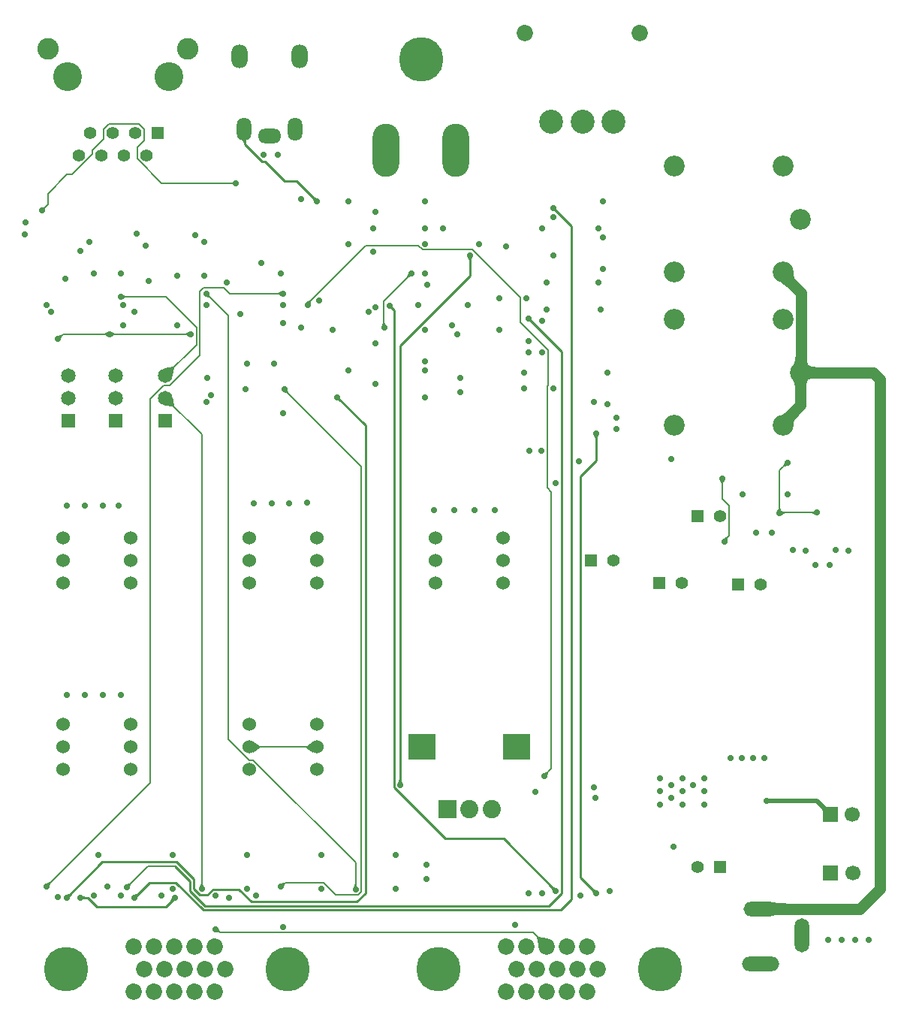
<source format=gbl>
G04*
G04 #@! TF.GenerationSoftware,Altium Limited,Altium Designer,23.10.1 (27)*
G04*
G04 Layer_Physical_Order=4*
G04 Layer_Color=16711680*
%FSLAX25Y25*%
%MOIN*%
G70*
G04*
G04 #@! TF.SameCoordinates,25415466-D0CE-43B0-AC23-F92A6D1D0972*
G04*
G04*
G04 #@! TF.FilePolarity,Positive*
G04*
G01*
G75*
%ADD10C,0.01000*%
%ADD15C,0.00800*%
%ADD63C,0.05472*%
%ADD64R,0.05472X0.05472*%
%ADD65C,0.09528*%
%ADD66C,0.12795*%
%ADD82C,0.05000*%
%ADD84C,0.02000*%
%ADD85C,0.07284*%
%ADD86C,0.10630*%
%ADD87C,0.19685*%
%ADD88O,0.11811X0.23622*%
%ADD89O,0.07284X0.10433*%
%ADD90O,0.06496X0.10433*%
%ADD91O,0.10433X0.06496*%
%ADD92R,0.05512X0.05512*%
%ADD93C,0.05512*%
%ADD94C,0.09252*%
%ADD95R,0.06693X0.06693*%
%ADD96C,0.06693*%
%ADD97O,0.16535X0.06496*%
%ADD98O,0.15158X0.06496*%
%ADD99O,0.06496X0.15158*%
%ADD100C,0.06000*%
%ADD101R,0.12008X0.11221*%
%ADD102R,0.08071X0.08071*%
%ADD103C,0.08071*%
%ADD104R,0.06496X0.06496*%
%ADD105C,0.06496*%
%ADD106C,0.02756*%
G36*
X105832Y407016D02*
X105747Y406977D01*
X105673Y406915D01*
X105608Y406832D01*
X105553Y406726D01*
X105509Y406599D01*
X105474Y406450D01*
X105449Y406279D01*
X105434Y406086D01*
X105429Y405871D01*
X104429Y405806D01*
X104424Y406020D01*
X104410Y406210D01*
X104385Y406376D01*
X104350Y406520D01*
X104305Y406640D01*
X104251Y406738D01*
X104186Y406812D01*
X104112Y406863D01*
X104027Y406890D01*
X103933Y406895D01*
X105926Y407034D01*
X105832Y407016D01*
D02*
G37*
G36*
X135936Y381780D02*
X136023Y381718D01*
X136124Y381660D01*
X136238Y381606D01*
X136365Y381555D01*
X136504Y381509D01*
X136823Y381429D01*
X137002Y381395D01*
X137194Y381364D01*
X135636Y379806D01*
X135606Y379998D01*
X135491Y380496D01*
X135445Y380635D01*
X135395Y380762D01*
X135340Y380876D01*
X135282Y380977D01*
X135220Y381064D01*
X135154Y381139D01*
X135861Y381846D01*
X135936Y381780D01*
D02*
G37*
G36*
X121172Y337898D02*
X120991Y338032D01*
X120376Y338424D01*
X120249Y338488D01*
X120134Y338537D01*
X120030Y338572D01*
X119937Y338593D01*
X119855Y338600D01*
Y339400D01*
X119937Y339407D01*
X120030Y339428D01*
X120134Y339463D01*
X120249Y339512D01*
X120376Y339576D01*
X120661Y339744D01*
X120991Y339968D01*
X121172Y340102D01*
Y337898D01*
D02*
G37*
G36*
X89310Y338883D02*
X89467Y338170D01*
X89512Y338036D01*
X89558Y337920D01*
X89607Y337821D01*
X89658Y337740D01*
X89711Y337677D01*
X89146Y337111D01*
X89082Y337165D01*
X89002Y337216D01*
X88903Y337265D01*
X88787Y337311D01*
X88653Y337356D01*
X88332Y337439D01*
X87940Y337513D01*
X87717Y337547D01*
X89276Y339105D01*
X89310Y338883D01*
D02*
G37*
G36*
X50913Y338538D02*
X51528Y338145D01*
X51654Y338082D01*
X51770Y338033D01*
X51874Y337998D01*
X51967Y337977D01*
X52049Y337970D01*
Y337170D01*
X51967Y337163D01*
X51874Y337141D01*
X51770Y337106D01*
X51654Y337057D01*
X51528Y336994D01*
X51242Y336826D01*
X50913Y336601D01*
X50731Y336468D01*
Y338671D01*
X50913Y338538D01*
D02*
G37*
G36*
X134519Y335599D02*
X134474Y335541D01*
X134434Y335462D01*
X134400Y335364D01*
X134372Y335244D01*
X134349Y335105D01*
X134332Y334945D01*
X134314Y334564D01*
X134318Y334101D01*
X132517Y335370D01*
X132701Y335432D01*
X133308Y335680D01*
X133429Y335743D01*
X133632Y335870D01*
X133715Y335933D01*
X133785Y335997D01*
X134519Y335599D01*
D02*
G37*
G36*
X80172Y319898D02*
X79991Y320031D01*
X79376Y320425D01*
X79250Y320488D01*
X79134Y320537D01*
X79030Y320572D01*
X78937Y320593D01*
X78855Y320600D01*
Y321400D01*
X78937Y321407D01*
X79030Y321428D01*
X79134Y321463D01*
X79250Y321512D01*
X79376Y321575D01*
X79661Y321744D01*
X79991Y321969D01*
X80172Y322102D01*
Y319898D01*
D02*
G37*
G36*
X46009Y321969D02*
X46624Y321575D01*
X46751Y321512D01*
X46866Y321463D01*
X46970Y321428D01*
X47063Y321407D01*
X47145Y321400D01*
Y320600D01*
X47063Y320593D01*
X46970Y320572D01*
X46866Y320537D01*
X46751Y320488D01*
X46624Y320425D01*
X46339Y320256D01*
X46009Y320031D01*
X45827Y319898D01*
Y322102D01*
X46009Y321969D01*
D02*
G37*
G36*
X44172Y319898D02*
X43991Y320031D01*
X43376Y320425D01*
X43249Y320488D01*
X43134Y320537D01*
X43030Y320572D01*
X42937Y320593D01*
X42855Y320600D01*
Y321400D01*
X42937Y321407D01*
X43030Y321428D01*
X43134Y321463D01*
X43249Y321512D01*
X43376Y321575D01*
X43661Y321744D01*
X43991Y321969D01*
X44172Y322102D01*
Y319898D01*
D02*
G37*
G36*
X23912Y319953D02*
X23852Y319884D01*
X23791Y319802D01*
X23732Y319706D01*
X23673Y319595D01*
X23556Y319332D01*
X23498Y319179D01*
X23329Y318634D01*
X21981Y320378D01*
X22220Y320384D01*
X22974Y320452D01*
X23113Y320481D01*
X23232Y320514D01*
X23331Y320552D01*
X23410Y320594D01*
X23470Y320641D01*
X23912Y319953D01*
D02*
G37*
G36*
X73806Y306036D02*
X73761Y305960D01*
X73710Y305816D01*
X73653Y305603D01*
X73521Y304973D01*
X73082Y302204D01*
X69409Y305877D01*
X73241Y306602D01*
X73806Y306036D01*
D02*
G37*
G36*
X123987Y296383D02*
X124144Y295670D01*
X124189Y295536D01*
X124235Y295420D01*
X124284Y295321D01*
X124335Y295240D01*
X124388Y295177D01*
X123823Y294612D01*
X123760Y294665D01*
X123679Y294716D01*
X123580Y294765D01*
X123464Y294811D01*
X123330Y294856D01*
X123009Y294939D01*
X122617Y295013D01*
X122395Y295047D01*
X123953Y296605D01*
X123987Y296383D01*
D02*
G37*
G36*
X147335Y293061D02*
X147450Y292564D01*
X147496Y292424D01*
X147546Y292297D01*
X147600Y292183D01*
X147659Y292083D01*
X147721Y291995D01*
X147787Y291920D01*
X147080Y291213D01*
X147005Y291279D01*
X146917Y291341D01*
X146817Y291400D01*
X146703Y291454D01*
X146576Y291504D01*
X146436Y291550D01*
X146118Y291631D01*
X145939Y291665D01*
X145747Y291695D01*
X147305Y293253D01*
X147335Y293061D01*
D02*
G37*
G36*
X73806Y289287D02*
X73241Y288721D01*
X73165Y288766D01*
X73020Y288817D01*
X72808Y288874D01*
X72178Y289007D01*
X69409Y289446D01*
X73082Y293119D01*
X73806Y289287D01*
D02*
G37*
G36*
X135246Y135396D02*
X132274Y137395D01*
Y138195D01*
X132360Y138215D01*
X132492Y138275D01*
X132672Y138375D01*
X133172Y138695D01*
X135246Y140194D01*
Y135396D01*
D02*
G37*
G36*
X111820Y138195D02*
Y137395D01*
X111735Y137375D01*
X111602Y137315D01*
X111423Y137215D01*
X110923Y136896D01*
X108849Y135396D01*
Y140194D01*
X111820Y138195D01*
D02*
G37*
G36*
X122931Y76876D02*
X122868Y76806D01*
X122806Y76723D01*
X122743Y76628D01*
X122681Y76519D01*
X122558Y76262D01*
X122497Y76114D01*
X122316Y75593D01*
X121025Y77378D01*
X121265Y77376D01*
X122026Y77421D01*
X122165Y77446D01*
X122284Y77475D01*
X122383Y77510D01*
X122462Y77551D01*
X122520Y77596D01*
X122931Y76876D01*
D02*
G37*
G36*
X86407Y77063D02*
X86428Y76970D01*
X86463Y76866D01*
X86512Y76750D01*
X86576Y76624D01*
X86744Y76339D01*
X86968Y76009D01*
X87102Y75827D01*
X84898D01*
X85031Y76009D01*
X85425Y76624D01*
X85488Y76750D01*
X85537Y76866D01*
X85572Y76970D01*
X85593Y77063D01*
X85600Y77145D01*
X86400D01*
X86407Y77063D01*
D02*
G37*
G36*
X18800Y77234D02*
X18747Y77171D01*
X18696Y77090D01*
X18647Y76992D01*
X18600Y76876D01*
X18555Y76742D01*
X18473Y76420D01*
X18398Y76029D01*
X18364Y75806D01*
X16806Y77364D01*
X17029Y77398D01*
X17742Y77555D01*
X17876Y77600D01*
X17992Y77647D01*
X18090Y77696D01*
X18171Y77747D01*
X18234Y77800D01*
X18800Y77234D01*
D02*
G37*
G36*
X154683Y76788D02*
X154704Y76694D01*
X154739Y76590D01*
X154788Y76475D01*
X154851Y76349D01*
X155019Y76063D01*
X155244Y75733D01*
X155377Y75552D01*
X153174D01*
X153307Y75733D01*
X153700Y76349D01*
X153763Y76475D01*
X153812Y76590D01*
X153848Y76694D01*
X153869Y76788D01*
X153876Y76870D01*
X154676D01*
X154683Y76788D01*
D02*
G37*
G36*
X54446Y76880D02*
X54393Y76817D01*
X54342Y76736D01*
X54293Y76638D01*
X54246Y76521D01*
X54201Y76387D01*
X54118Y76066D01*
X54044Y75674D01*
X54010Y75452D01*
X52452Y77010D01*
X52674Y77044D01*
X53387Y77201D01*
X53521Y77246D01*
X53638Y77293D01*
X53736Y77342D01*
X53817Y77393D01*
X53880Y77446D01*
X54446Y76880D01*
D02*
G37*
G36*
X57846Y72139D02*
X57780Y72064D01*
X57718Y71977D01*
X57660Y71876D01*
X57605Y71762D01*
X57555Y71635D01*
X57509Y71496D01*
X57429Y71177D01*
X57394Y70998D01*
X57364Y70806D01*
X55806Y72364D01*
X55998Y72394D01*
X56496Y72509D01*
X56635Y72555D01*
X56762Y72605D01*
X56876Y72660D01*
X56977Y72718D01*
X57064Y72780D01*
X57139Y72846D01*
X57846Y72139D01*
D02*
G37*
G36*
X27846D02*
X27780Y72064D01*
X27718Y71977D01*
X27660Y71876D01*
X27606Y71762D01*
X27555Y71635D01*
X27509Y71496D01*
X27429Y71177D01*
X27395Y70998D01*
X27364Y70806D01*
X25806Y72364D01*
X25998Y72394D01*
X26496Y72509D01*
X26635Y72555D01*
X26762Y72605D01*
X26876Y72660D01*
X26977Y72718D01*
X27064Y72780D01*
X27139Y72846D01*
X27846Y72139D01*
D02*
G37*
G36*
X32985Y71987D02*
X33417Y71717D01*
X33549Y71650D01*
X33674Y71596D01*
X33793Y71554D01*
X33905Y71524D01*
X34011Y71506D01*
X34111Y71500D01*
Y70500D01*
X34011Y70494D01*
X33905Y70476D01*
X33793Y70446D01*
X33674Y70404D01*
X33549Y70350D01*
X33417Y70283D01*
X33135Y70115D01*
X32985Y70012D01*
X32827Y69898D01*
Y72102D01*
X32985Y71987D01*
D02*
G37*
G36*
X74194Y69636D02*
X74002Y69605D01*
X73505Y69491D01*
X73365Y69445D01*
X73238Y69394D01*
X73124Y69340D01*
X73023Y69282D01*
X72936Y69220D01*
X72861Y69154D01*
X72154Y69861D01*
X72220Y69936D01*
X72282Y70023D01*
X72341Y70124D01*
X72395Y70238D01*
X72445Y70364D01*
X72491Y70504D01*
X72571Y70823D01*
X72606Y71002D01*
X72636Y71194D01*
X74194Y69636D01*
D02*
G37*
G36*
X93376Y57220D02*
X93620Y56603D01*
X93681Y56481D01*
X93806Y56277D01*
X93868Y56194D01*
X93931Y56124D01*
X93520Y55404D01*
X93462Y55449D01*
X93383Y55490D01*
X93284Y55525D01*
X93165Y55554D01*
X93026Y55579D01*
X92866Y55598D01*
X92486Y55621D01*
X92025Y55622D01*
X93316Y57407D01*
X93376Y57220D01*
D02*
G37*
G36*
X235371Y53758D02*
X235449Y53715D01*
X235606Y53664D01*
X235842Y53606D01*
X237024Y53383D01*
X239706Y52975D01*
X235587Y48857D01*
X234805Y53192D01*
X235371Y53758D01*
D02*
G37*
G36*
X174500Y123111D02*
X174506Y123011D01*
X174524Y122905D01*
X174554Y122793D01*
X174596Y122674D01*
X174651Y122549D01*
X174717Y122417D01*
X174885Y122135D01*
X174987Y121985D01*
X175102Y121827D01*
X172898D01*
X173012Y121985D01*
X173283Y122417D01*
X173349Y122549D01*
X173404Y122674D01*
X173446Y122793D01*
X173476Y122905D01*
X173494Y123011D01*
X173500Y123111D01*
X174500D01*
D02*
G37*
G36*
X241861Y75846D02*
X241936Y75780D01*
X242023Y75718D01*
X242124Y75660D01*
X242238Y75605D01*
X242365Y75555D01*
X242505Y75509D01*
X242823Y75429D01*
X243002Y75394D01*
X243194Y75364D01*
X241636Y73806D01*
X241606Y73998D01*
X241491Y74496D01*
X241445Y74635D01*
X241395Y74762D01*
X241340Y74876D01*
X241282Y74977D01*
X241220Y75064D01*
X241154Y75139D01*
X241861Y75846D01*
D02*
G37*
G36*
X259861Y74846D02*
X259936Y74780D01*
X260023Y74718D01*
X260124Y74660D01*
X260238Y74605D01*
X260365Y74555D01*
X260504Y74509D01*
X260823Y74429D01*
X261002Y74394D01*
X261194Y74364D01*
X259636Y72806D01*
X259606Y72998D01*
X259491Y73496D01*
X259445Y73635D01*
X259395Y73762D01*
X259340Y73876D01*
X259282Y73977D01*
X259220Y74064D01*
X259154Y74139D01*
X259861Y74846D01*
D02*
G37*
G36*
X345385Y63500D02*
X344451Y63495D01*
X340494Y63253D01*
X340109Y63177D01*
X339803Y63092D01*
X339575Y62996D01*
Y69004D01*
X339803Y68908D01*
X340109Y68823D01*
X340494Y68747D01*
X340957Y68682D01*
X342120Y68581D01*
X344451Y68505D01*
X345385Y68500D01*
Y63500D01*
D02*
G37*
G36*
X361666Y112749D02*
X362077Y112352D01*
X362814Y111727D01*
X363139Y111499D01*
X363436Y111328D01*
X363705Y111214D01*
X363945Y111156D01*
X364157Y111155D01*
X364339Y111211D01*
X364494Y111322D01*
X361678Y108506D01*
X361789Y108660D01*
X361845Y108844D01*
X361844Y109055D01*
X361786Y109295D01*
X361671Y109564D01*
X361501Y109861D01*
X361273Y110186D01*
X360989Y110541D01*
X360251Y111334D01*
X361666Y112749D01*
D02*
G37*
G36*
X338625Y112937D02*
X338470Y112936D01*
X337895Y112900D01*
X337820Y112887D01*
X337759Y112872D01*
X337712Y112855D01*
X337678Y112835D01*
Y115039D01*
X337712Y115020D01*
X337759Y115002D01*
X337820Y114987D01*
X337895Y114974D01*
X338084Y114953D01*
X338328Y114941D01*
X338625Y114937D01*
Y112937D01*
D02*
G37*
G36*
X317969Y255991D02*
X317576Y255376D01*
X317512Y255250D01*
X317463Y255134D01*
X317428Y255030D01*
X317407Y254937D01*
X317400Y254855D01*
X316600D01*
X316593Y254937D01*
X316572Y255030D01*
X316537Y255134D01*
X316488Y255250D01*
X316424Y255376D01*
X316256Y255661D01*
X316032Y255991D01*
X315898Y256172D01*
X318102D01*
X317969Y255991D01*
D02*
G37*
G36*
X358287Y240821D02*
X358107Y240927D01*
X357489Y241240D01*
X357360Y241290D01*
X357240Y241329D01*
X357131Y241357D01*
X357032Y241374D01*
X356943Y241379D01*
X356807Y242179D01*
X356883Y242188D01*
X356971Y242213D01*
X357069Y242254D01*
X357179Y242313D01*
X357299Y242388D01*
X357573Y242588D01*
X357726Y242713D01*
X358066Y243013D01*
X358287Y240821D01*
D02*
G37*
G36*
X342848Y243622D02*
X342869Y243529D01*
X342904Y243425D01*
X342953Y243309D01*
X343016Y243183D01*
X343185Y242898D01*
X343383Y242607D01*
X343952Y242319D01*
X344081Y242269D01*
X344201Y242230D01*
X344310Y242202D01*
X344409Y242185D01*
X344498Y242179D01*
X344634Y241379D01*
X344558Y241371D01*
X344470Y241346D01*
X344372Y241304D01*
X344262Y241246D01*
X344142Y241171D01*
X343868Y240971D01*
X343715Y240846D01*
X343375Y240546D01*
X343189Y242387D01*
X341339D01*
X341473Y242568D01*
X341865Y243183D01*
X341929Y243309D01*
X341978Y243425D01*
X342013Y243529D01*
X342034Y243622D01*
X342041Y243704D01*
X342841D01*
X342848Y243622D01*
D02*
G37*
G36*
X319463Y230646D02*
X319421Y230590D01*
X319386Y230513D01*
X319359Y230415D01*
X319338Y230296D01*
X319325Y230157D01*
X319320Y229996D01*
X319330Y229613D01*
X319370Y229147D01*
X317479Y230276D01*
X317637Y230343D01*
X318179Y230613D01*
X318291Y230682D01*
X318487Y230821D01*
X318572Y230891D01*
X318647Y230961D01*
X319463Y230646D01*
D02*
G37*
G36*
X239800Y126234D02*
X239747Y126171D01*
X239696Y126090D01*
X239647Y125992D01*
X239600Y125876D01*
X239555Y125742D01*
X239473Y125420D01*
X239398Y125029D01*
X239364Y124806D01*
X237806Y126364D01*
X238029Y126398D01*
X238742Y126555D01*
X238876Y126600D01*
X238992Y126647D01*
X239090Y126696D01*
X239171Y126747D01*
X239234Y126800D01*
X239800Y126234D01*
D02*
G37*
G36*
X167137Y326198D02*
X167145Y326122D01*
X167171Y326036D01*
X167214Y325939D01*
X167274Y325831D01*
X167351Y325712D01*
X167446Y325582D01*
X167686Y325290D01*
X167994Y324954D01*
X165807Y324690D01*
X165908Y324868D01*
X166204Y325484D01*
X166252Y325614D01*
X166289Y325734D01*
X166316Y325844D01*
X166332Y325944D01*
X166337Y326035D01*
X167137Y326198D01*
D02*
G37*
G36*
X170415Y331823D02*
X170339Y331890D01*
X170251Y331954D01*
X170151Y332013D01*
X170038Y332069D01*
X169912Y332121D01*
X169774Y332170D01*
X169460Y332255D01*
X169285Y332292D01*
X169097Y332325D01*
X170682Y333855D01*
X170709Y333660D01*
X170816Y333154D01*
X170860Y333013D01*
X170908Y332885D01*
X170961Y332770D01*
X171018Y332669D01*
X171078Y332582D01*
X171143Y332508D01*
X170415Y331823D01*
D02*
G37*
G36*
X260500Y274889D02*
X260494Y274989D01*
X260476Y275095D01*
X260446Y275207D01*
X260404Y275326D01*
X260349Y275451D01*
X260283Y275583D01*
X260115Y275865D01*
X260013Y276015D01*
X259898Y276172D01*
X262102D01*
X261987Y276015D01*
X261717Y275583D01*
X261650Y275451D01*
X261596Y275326D01*
X261554Y275207D01*
X261524Y275095D01*
X261506Y274989D01*
X261500Y274889D01*
X260500D01*
D02*
G37*
G36*
X232139Y326154D02*
X232064Y326220D01*
X231977Y326282D01*
X231876Y326340D01*
X231762Y326395D01*
X231635Y326445D01*
X231496Y326491D01*
X231177Y326571D01*
X230998Y326606D01*
X230806Y326636D01*
X232364Y328194D01*
X232395Y328002D01*
X232509Y327504D01*
X232555Y327365D01*
X232606Y327238D01*
X232660Y327124D01*
X232718Y327023D01*
X232780Y326936D01*
X232846Y326861D01*
X232139Y326154D01*
D02*
G37*
G36*
X177200Y346766D02*
X177253Y346829D01*
X177304Y346910D01*
X177353Y347008D01*
X177400Y347124D01*
X177445Y347258D01*
X177527Y347580D01*
X177602Y347972D01*
X177636Y348194D01*
X179194Y346636D01*
X178972Y346602D01*
X178258Y346445D01*
X178124Y346400D01*
X178008Y346353D01*
X177910Y346304D01*
X177829Y346253D01*
X177766Y346200D01*
X177200Y346766D01*
D02*
G37*
G36*
X204500Y353889D02*
X204494Y353989D01*
X204476Y354095D01*
X204446Y354207D01*
X204404Y354326D01*
X204349Y354451D01*
X204283Y354583D01*
X204115Y354865D01*
X204012Y355015D01*
X203898Y355172D01*
X206102D01*
X205988Y355015D01*
X205717Y354583D01*
X205650Y354451D01*
X205596Y354326D01*
X205554Y354207D01*
X205524Y354095D01*
X205506Y353989D01*
X205500Y353889D01*
X204500D01*
D02*
G37*
G36*
X243139Y375154D02*
X243064Y375220D01*
X242977Y375282D01*
X242876Y375340D01*
X242762Y375395D01*
X242635Y375445D01*
X242496Y375491D01*
X242177Y375571D01*
X241998Y375606D01*
X241806Y375636D01*
X243364Y377194D01*
X243394Y377002D01*
X243509Y376504D01*
X243555Y376365D01*
X243605Y376238D01*
X243660Y376124D01*
X243718Y376023D01*
X243780Y375936D01*
X243846Y375861D01*
X243139Y375154D01*
D02*
G37*
G36*
X348552Y348094D02*
X348611Y347634D01*
X348699Y347192D01*
X348815Y346768D01*
X348959Y346364D01*
X349132Y345979D01*
X349334Y345612D01*
X349564Y345264D01*
X349822Y344935D01*
X350109Y344624D01*
X345833Y341829D01*
X345483Y342169D01*
X344489Y343018D01*
X344177Y343243D01*
X343581Y343606D01*
X343298Y343744D01*
X343024Y343853D01*
X342760Y343934D01*
X348521Y348574D01*
X348552Y348094D01*
D02*
G37*
G36*
X354500Y310551D02*
X354511Y310089D01*
X354595Y309217D01*
X354669Y308807D01*
X354764Y308413D01*
X354880Y308037D01*
X355017Y307678D01*
X355175Y307335D01*
X355185Y307317D01*
X355241Y307283D01*
X355596Y307100D01*
X355966Y306941D01*
X356349Y306806D01*
X356745Y306696D01*
X357155Y306610D01*
X357578Y306549D01*
X358014Y306512D01*
X358465Y306500D01*
X358414Y301500D01*
X357961Y301488D01*
X357522Y301453D01*
X357097Y301394D01*
X356687Y301312D01*
X356291Y301206D01*
X355910Y301077D01*
X355543Y300924D01*
X355191Y300748D01*
X355098Y300693D01*
X355039Y300595D01*
X354859Y300241D01*
X354703Y299873D01*
X354571Y299491D01*
X354463Y299095D01*
X354380Y298685D01*
X354320Y298261D01*
X354284Y297823D01*
X354272Y297372D01*
X349272D01*
X349260Y297823D01*
X349224Y298261D01*
X349164Y298685D01*
X349080Y299095D01*
X348972Y299491D01*
X348840Y299873D01*
X348684Y300241D01*
X348504Y300595D01*
X348300Y300935D01*
X348073Y301261D01*
X354535D01*
X354564Y306732D01*
X348160Y306930D01*
X348415Y307271D01*
X348642Y307623D01*
X348843Y307986D01*
X349018Y308360D01*
X349165Y308746D01*
X349286Y309143D01*
X349379Y309552D01*
X349446Y309971D01*
X349487Y310402D01*
X349500Y310845D01*
X354500Y310551D01*
D02*
G37*
G36*
X350099Y284233D02*
X349813Y283924D01*
X349555Y283595D01*
X349326Y283246D01*
X349125Y282879D01*
X348953Y282493D01*
X348810Y282088D01*
X348695Y281663D01*
X348609Y281220D01*
X348551Y280757D01*
X348521Y280276D01*
X342745Y284898D01*
X343005Y284978D01*
X343275Y285087D01*
X343555Y285225D01*
X343846Y285392D01*
X344146Y285588D01*
X344777Y286068D01*
X345108Y286352D01*
X345800Y287006D01*
X350099Y284233D01*
D02*
G37*
G36*
X346194Y262636D02*
X345971Y262602D01*
X345258Y262445D01*
X345124Y262400D01*
X345008Y262353D01*
X344910Y262304D01*
X344829Y262253D01*
X344766Y262200D01*
X344200Y262766D01*
X344253Y262829D01*
X344304Y262910D01*
X344353Y263008D01*
X344400Y263124D01*
X344445Y263258D01*
X344527Y263580D01*
X344602Y263971D01*
X344636Y264194D01*
X346194Y262636D01*
D02*
G37*
D10*
X250000Y368110D02*
X250000Y70212D01*
X242126Y376874D02*
X250000Y369000D01*
X242000Y377000D02*
X242079Y376921D01*
X250000Y368110D02*
Y369000D01*
X242126Y376874D02*
Y376969D01*
X261000Y264937D02*
Y277000D01*
X253937Y257874D02*
X261000Y264937D01*
X253937Y257874D02*
X253937Y80063D01*
X261000Y73000D01*
X245364Y65576D02*
X250000Y70212D01*
X245678Y72891D02*
Y313322D01*
X240163Y67376D02*
X245678Y72891D01*
X219887Y97113D02*
X243000Y74000D01*
X194099Y97113D02*
X219887D01*
X87291Y67376D02*
X240163D01*
X231000Y328000D02*
X245678Y313322D01*
X112741Y397472D02*
X114016D01*
X104929Y405283D02*
X112741Y397472D01*
X104929Y405283D02*
Y411771D01*
X104700Y412000D02*
X104929Y411771D01*
X128096Y388904D02*
X137000Y380000D01*
X122584Y388904D02*
X128096D01*
X114016Y397472D02*
X122584Y388904D01*
X74444Y77678D02*
X86545Y65576D01*
X56000Y71000D02*
X62678Y77678D01*
X174000Y315787D02*
X205000Y346787D01*
Y356000D01*
X174000Y121000D02*
Y315787D01*
X88535Y72322D02*
X90891Y74678D01*
X74746Y86800D02*
X82446Y79100D01*
X26000Y71000D02*
X41800Y86800D01*
X35213Y71000D02*
X39213Y67000D01*
X32000Y71000D02*
X35213D01*
X90891Y74678D02*
X102535D01*
X80646Y74022D02*
Y78355D01*
X102535Y74678D02*
X108037Y69176D01*
X154777D02*
X158554Y72952D01*
X84891Y72322D02*
X88535D01*
X80646Y74022D02*
X87291Y67376D01*
X86545Y65576D02*
X245364D01*
X41800Y86800D02*
X74746D01*
X82446Y74767D02*
X84891Y72322D01*
X158554Y72952D02*
Y280447D01*
X145941Y293059D02*
X158554Y280447D01*
X82446Y74767D02*
Y79100D01*
X108037Y69176D02*
X154777D01*
X74000Y85000D02*
X80646Y78355D01*
X62678Y77678D02*
X74444D01*
X169630Y333315D02*
X171322Y331623D01*
Y119891D02*
X194099Y97113D01*
X169315Y333315D02*
X169630D01*
X171322Y119891D02*
Y331623D01*
X39213Y67000D02*
X70000D01*
X74000Y71000D01*
Y71000D01*
D15*
X183901Y358422D02*
X190731D01*
X182128Y360194D02*
X183901Y358422D01*
X158549Y360194D02*
X182128D01*
X241142Y128142D02*
Y250984D01*
X239235Y252891D02*
X241142Y250984D01*
X239235Y252891D02*
Y297881D01*
X238000Y125000D02*
X241142Y128142D01*
X62992Y292078D02*
X69128Y298213D01*
X62992Y292078D02*
X62992Y121992D01*
X17000Y76000D02*
X62992Y121992D01*
X342441Y242462D02*
X342903Y242000D01*
X318000Y229000D02*
Y229749D01*
X319980Y231728D01*
X317000Y229000D02*
X318000D01*
X319980Y231728D02*
Y244846D01*
X317000Y247826D02*
X319980Y244846D01*
X317000Y247826D02*
Y257000D01*
X239235Y297881D02*
X239578Y298224D01*
Y314068D01*
X136795Y137795D02*
X137000Y138000D01*
X45000Y321000D02*
X81000D01*
X24394D02*
X45000D01*
X358780Y241779D02*
X359000Y242000D01*
X342661Y241779D02*
X358780D01*
X342441Y241559D02*
X342661Y241779D01*
X342441Y242462D02*
Y260441D01*
X342903Y242000D02*
X343000D01*
X342441Y260441D02*
X346000Y264000D01*
X227422Y326224D02*
X239578Y314068D01*
X190731Y358422D02*
X190887Y358578D01*
X206068D01*
X227422Y326224D02*
Y337224D01*
X132941Y334587D02*
X158549Y360194D01*
X206068Y358578D02*
X227422Y337224D01*
X85178Y311683D02*
Y339824D01*
X71709Y298213D02*
X85178Y311683D01*
Y339824D02*
X86844Y341489D01*
X97597Y141306D02*
X106907Y131995D01*
X108787D01*
X62000Y85000D02*
X74000D01*
X86000Y75000D02*
Y276528D01*
X87911Y338911D02*
X97597Y329226D01*
X123000Y296000D02*
X156853Y262146D01*
X108787Y131995D02*
X154276Y86506D01*
Y74724D02*
Y86506D01*
X145499Y72146D02*
X155343D01*
X156853Y73657D02*
Y262146D01*
X155343Y72146D02*
X156853Y73657D01*
X123068Y77578D02*
X140068D01*
X132941Y334059D02*
Y334587D01*
X52646Y75646D02*
X62000Y85000D01*
X69866Y292661D02*
X86000Y276528D01*
X121000Y76000D02*
X121490D01*
X140068Y77578D02*
X145499Y72146D01*
X121490Y76000D02*
X123068Y77578D01*
X97597Y141306D02*
Y329226D01*
X69128Y298213D02*
X71709D01*
X86844Y341489D02*
X95865D01*
X98354Y339000D01*
X122000D01*
X166737Y335737D02*
X179000Y348000D01*
X166737Y324263D02*
Y335737D01*
Y324263D02*
X167000Y324000D01*
X94068Y55422D02*
X233141D01*
X92490Y57000D02*
X94068Y55422D01*
X92000Y57000D02*
X92490D01*
X233141Y55422D02*
X239193Y49370D01*
X49904Y337570D02*
X70076D01*
X83578Y316373D02*
Y324068D01*
X70076Y337570D02*
X83578Y324068D01*
X69866Y302661D02*
X83578Y316373D01*
X22394Y319000D02*
X24394Y321000D01*
X22000Y319000D02*
X22394D01*
X107047Y137795D02*
X136795D01*
X15000Y376000D02*
X15000Y376000D01*
X68205Y388000D02*
X101000D01*
X57430Y398775D02*
X68205Y388000D01*
X57430Y398775D02*
Y403969D01*
X60302Y406842D01*
Y412036D01*
X57997Y414342D02*
X60302Y412036D01*
X44736Y414342D02*
X57997D01*
X42430Y412036D02*
X44736Y414342D01*
X42430Y407430D02*
Y412036D01*
X37430Y402430D02*
X42430Y407430D01*
X37430Y400903D02*
Y402430D01*
X28446Y391919D02*
X37430Y400903D01*
X26120Y391919D02*
X28446D01*
X17568Y383367D02*
X26120Y391919D01*
X17568Y378568D02*
Y383367D01*
X15000Y376000D02*
X17568Y378568D01*
D63*
X31366Y400406D02*
D03*
X36366Y410406D02*
D03*
X41366Y400406D02*
D03*
X46366Y410406D02*
D03*
X51366Y400406D02*
D03*
X56366Y410406D02*
D03*
X61366Y400406D02*
D03*
D64*
X66366Y410406D02*
D03*
D65*
X17862Y447413D02*
D03*
X79870D02*
D03*
D66*
X26366Y435406D02*
D03*
X71366D02*
D03*
D82*
X344711Y279289D02*
X345000Y279000D01*
X344711Y282382D02*
X351772Y289442D01*
X344711Y279289D02*
Y282382D01*
X351772Y289442D02*
Y304000D01*
Y304039D02*
X352000Y304268D01*
Y339197D01*
X343898Y347300D02*
X352000Y339197D01*
X343898Y347300D02*
Y348417D01*
X351772Y304000D02*
X384000D01*
X334000Y66000D02*
X378000D01*
X387000Y75000D02*
Y301000D01*
X378000Y66000D02*
X387000Y75000D01*
X384000Y304000D02*
X387000Y301000D01*
X351772Y304000D02*
Y304039D01*
D84*
X364732Y108268D02*
X365158D01*
X336850Y113937D02*
X359063D01*
X364732Y108268D01*
D85*
X280512Y454724D02*
D03*
X229331D02*
D03*
X69341Y39370D02*
D03*
X78337D02*
D03*
X87333D02*
D03*
X96329D02*
D03*
X55846Y49370D02*
D03*
X64843D02*
D03*
X60345Y39370D02*
D03*
X73839Y49370D02*
D03*
X82835D02*
D03*
X91831D02*
D03*
Y29370D02*
D03*
X82835D02*
D03*
X73839D02*
D03*
X55846D02*
D03*
X64843D02*
D03*
X234695Y39370D02*
D03*
X243691D02*
D03*
X252687D02*
D03*
X261683D02*
D03*
X221201Y49370D02*
D03*
X230197D02*
D03*
X225699Y39370D02*
D03*
X239193Y49370D02*
D03*
X248189D02*
D03*
X257185D02*
D03*
Y29370D02*
D03*
X248189D02*
D03*
X239193D02*
D03*
X221201D02*
D03*
X230197D02*
D03*
D86*
X254921Y415354D02*
D03*
X268701D02*
D03*
X241142D02*
D03*
D87*
X183315Y443016D02*
D03*
X123996Y39370D02*
D03*
X25610D02*
D03*
X289350Y39370D02*
D03*
X190965D02*
D03*
D88*
X167764Y402661D02*
D03*
X198866D02*
D03*
D89*
X102600Y444100D02*
D03*
X129400D02*
D03*
D90*
X104700Y412000D02*
D03*
X127300D02*
D03*
D91*
X116000Y408900D02*
D03*
D92*
X288976Y210630D02*
D03*
X324075Y210051D02*
D03*
X258780Y220472D02*
D03*
X306024Y240157D02*
D03*
X316024Y84646D02*
D03*
D93*
X298976Y210630D02*
D03*
X334075Y210051D02*
D03*
X268780Y220472D02*
D03*
X316024Y240157D02*
D03*
X306024Y84646D02*
D03*
D94*
X295866Y348417D02*
D03*
X351772Y372039D02*
D03*
X343898Y395661D02*
D03*
X295866D02*
D03*
X343898Y348417D02*
D03*
X295866Y280417D02*
D03*
X351772Y304039D02*
D03*
X343898Y327661D02*
D03*
X295866D02*
D03*
X343898Y280417D02*
D03*
D95*
X365157Y82000D02*
D03*
X365000Y108000D02*
D03*
D96*
X375000Y82000D02*
D03*
X374842Y108000D02*
D03*
D97*
X334000Y41591D02*
D03*
D98*
Y66000D02*
D03*
D99*
X352307Y54386D02*
D03*
D100*
X54370Y230472D02*
D03*
Y220472D02*
D03*
Y210472D02*
D03*
X24370D02*
D03*
Y230472D02*
D03*
Y220472D02*
D03*
X107047D02*
D03*
Y230472D02*
D03*
Y210472D02*
D03*
X137047D02*
D03*
Y220472D02*
D03*
Y230472D02*
D03*
X54370Y147795D02*
D03*
Y137795D02*
D03*
Y127795D02*
D03*
X24370D02*
D03*
Y147795D02*
D03*
Y137795D02*
D03*
X219724Y230472D02*
D03*
Y220472D02*
D03*
Y210472D02*
D03*
X189724D02*
D03*
Y230472D02*
D03*
Y220472D02*
D03*
X137047Y147795D02*
D03*
Y137795D02*
D03*
Y127795D02*
D03*
X107047D02*
D03*
Y147795D02*
D03*
Y137795D02*
D03*
D101*
X183858D02*
D03*
X225591D02*
D03*
D102*
X194882Y110236D02*
D03*
D103*
X214567D02*
D03*
X204724D02*
D03*
D104*
X26866Y282661D02*
D03*
X47866D02*
D03*
X69866D02*
D03*
D105*
X26866Y292661D02*
D03*
Y302661D02*
D03*
X47866Y292661D02*
D03*
Y302661D02*
D03*
X69866Y292661D02*
D03*
Y302661D02*
D03*
D106*
X61024Y360236D02*
D03*
X253937Y71850D02*
D03*
X243000Y74000D02*
D03*
X381890Y52165D02*
D03*
X375984D02*
D03*
X370079D02*
D03*
X364173D02*
D03*
X335630Y132874D02*
D03*
X330709D02*
D03*
X325787D02*
D03*
X320866D02*
D03*
X50000Y72047D02*
D03*
X295276Y93504D02*
D03*
X185661Y85662D02*
D03*
X200661Y301661D02*
D03*
X358338Y218661D02*
D03*
X113338Y400662D02*
D03*
X294441Y265559D02*
D03*
X231343Y269343D02*
D03*
X270000Y284000D02*
D03*
X266000Y304000D02*
D03*
X264000Y380000D02*
D03*
X185000Y305000D02*
D03*
X185000Y323000D02*
D03*
X186000Y343000D02*
D03*
X354000Y225000D02*
D03*
X373000D02*
D03*
X264000Y364000D02*
D03*
X262000Y344000D02*
D03*
X239000Y332000D02*
D03*
X237000Y313000D02*
D03*
X231000Y318000D02*
D03*
X230000Y337000D02*
D03*
X221000Y360000D02*
D03*
X237000Y368000D02*
D03*
X185000Y361000D02*
D03*
Y380000D02*
D03*
X260000Y120000D02*
D03*
X231000Y73000D02*
D03*
X73000Y90000D02*
D03*
X106000D02*
D03*
X139000D02*
D03*
X172000D02*
D03*
X40000D02*
D03*
X87000Y362000D02*
D03*
X36000D02*
D03*
X7343Y365343D02*
D03*
X118000Y308000D02*
D03*
X50000Y348000D02*
D03*
X121000Y348000D02*
D03*
X87000Y347000D02*
D03*
X336850Y113937D02*
D03*
X299213Y124016D02*
D03*
X294291Y115157D02*
D03*
Y121063D02*
D03*
X299213Y118110D02*
D03*
X304134Y121063D02*
D03*
X309055Y124016D02*
D03*
Y118110D02*
D03*
Y112205D02*
D03*
X299213D02*
D03*
X289370D02*
D03*
Y118110D02*
D03*
Y124016D02*
D03*
X185638Y79362D02*
D03*
X200638Y295362D02*
D03*
X364638Y218638D02*
D03*
X119638Y400638D02*
D03*
X225000Y59000D02*
D03*
X189000Y243000D02*
D03*
X198000D02*
D03*
X207000D02*
D03*
X216000D02*
D03*
X318000Y229000D02*
D03*
X317000Y257000D02*
D03*
X243000Y255000D02*
D03*
X253500Y264500D02*
D03*
X236657Y269343D02*
D03*
X270000Y279000D02*
D03*
X266000Y290000D02*
D03*
X242000Y297000D02*
D03*
X229000D02*
D03*
Y304000D02*
D03*
X130000Y324000D02*
D03*
X144000Y323000D02*
D03*
X151000Y305000D02*
D03*
X163000Y317000D02*
D03*
Y299000D02*
D03*
X185000Y293000D02*
D03*
Y309000D02*
D03*
X162941Y333059D02*
D03*
X160000Y331000D02*
D03*
X182000Y334000D02*
D03*
X83000Y365000D02*
D03*
X339000Y233000D02*
D03*
X332000Y233000D02*
D03*
X346000Y250000D02*
D03*
X359000Y242000D02*
D03*
X342441Y241559D02*
D03*
X346000Y264000D02*
D03*
X348343Y225343D02*
D03*
X367343Y225343D02*
D03*
X326000Y250000D02*
D03*
X242000Y373000D02*
D03*
X262000Y368000D02*
D03*
X264000Y350000D02*
D03*
X242000Y356000D02*
D03*
X239000Y344000D02*
D03*
X263000Y332000D02*
D03*
X237000Y327000D02*
D03*
X231000Y313000D02*
D03*
X197000Y325000D02*
D03*
X199250Y320750D02*
D03*
X204000Y333997D02*
D03*
X218000Y337000D02*
D03*
X209000Y361000D02*
D03*
X205000Y356000D02*
D03*
X193000Y368000D02*
D03*
X185000Y348000D02*
D03*
Y368000D02*
D03*
X163164Y375164D02*
D03*
X130000Y381000D02*
D03*
X151000Y380000D02*
D03*
X162000Y357617D02*
D03*
X151000Y361000D02*
D03*
X38000Y348000D02*
D03*
X75000Y347000D02*
D03*
X88000Y334000D02*
D03*
X88411Y301411D02*
D03*
X132866Y246134D02*
D03*
X124866Y245866D02*
D03*
X117000Y246000D02*
D03*
X109000D02*
D03*
X50000Y161000D02*
D03*
X42000Y161000D02*
D03*
X34000D02*
D03*
X26000Y161000D02*
D03*
X49000Y245000D02*
D03*
X42000Y245000D02*
D03*
X34000D02*
D03*
X26000D02*
D03*
X86000Y75000D02*
D03*
X110146Y71854D02*
D03*
X145941Y293059D02*
D03*
X174000Y121000D02*
D03*
X238000Y125000D02*
D03*
X260657Y115343D02*
D03*
X234000Y118000D02*
D03*
X231000Y328000D02*
D03*
X73000Y75000D02*
D03*
X122000Y339000D02*
D03*
X261000Y277000D02*
D03*
X87911Y338911D02*
D03*
X132941Y334059D02*
D03*
X169315Y333685D02*
D03*
X242000Y377000D02*
D03*
X122589Y296411D02*
D03*
X261000Y73000D02*
D03*
X267000Y74000D02*
D03*
X237000Y73000D02*
D03*
X154276Y74724D02*
D03*
X121000Y76000D02*
D03*
X56000Y71000D02*
D03*
X21996Y71322D02*
D03*
X17000Y76000D02*
D03*
X26000Y71000D02*
D03*
X52646Y75646D02*
D03*
X32000Y71000D02*
D03*
X74000Y71000D02*
D03*
X122000Y58000D02*
D03*
X98000Y71000D02*
D03*
X92000Y72000D02*
D03*
X68000D02*
D03*
X38000D02*
D03*
X44000Y76000D02*
D03*
X106000Y75000D02*
D03*
X139000D02*
D03*
X172000D02*
D03*
X92000Y57000D02*
D03*
X32000Y358000D02*
D03*
X57000Y365707D02*
D03*
X7657Y370657D02*
D03*
X88000Y291000D02*
D03*
X90000Y294000D02*
D03*
X122000Y286000D02*
D03*
X106000Y308000D02*
D03*
X138000Y336000D02*
D03*
X112343Y352658D02*
D03*
X97000Y344000D02*
D03*
X122000Y326000D02*
D03*
X103000Y330000D02*
D03*
X56000Y331000D02*
D03*
X62516Y344484D02*
D03*
X75000Y325000D02*
D03*
X51000D02*
D03*
X25516Y345516D02*
D03*
X19000Y331000D02*
D03*
X17089Y333911D02*
D03*
X260000Y291000D02*
D03*
X137000Y380000D02*
D03*
X105411Y296411D02*
D03*
X218000Y323000D02*
D03*
X162000Y368000D02*
D03*
X122000Y334000D02*
D03*
X51000D02*
D03*
X179000Y348000D02*
D03*
X167000Y324000D02*
D03*
X49904Y337570D02*
D03*
X22000Y319000D02*
D03*
X81000Y321000D02*
D03*
X45000D02*
D03*
X15000Y376000D02*
D03*
X101000Y388000D02*
D03*
M02*

</source>
